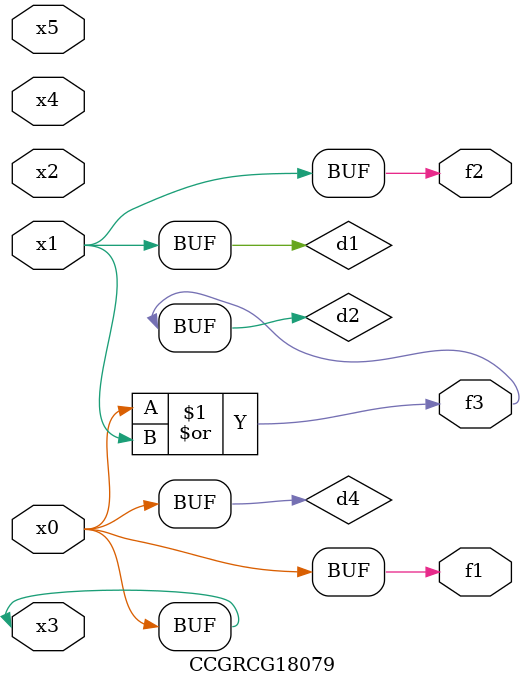
<source format=v>
module CCGRCG18079(
	input x0, x1, x2, x3, x4, x5,
	output f1, f2, f3
);

	wire d1, d2, d3, d4;

	and (d1, x1);
	or (d2, x0, x1);
	nand (d3, x0, x5);
	buf (d4, x0, x3);
	assign f1 = d4;
	assign f2 = d1;
	assign f3 = d2;
endmodule

</source>
